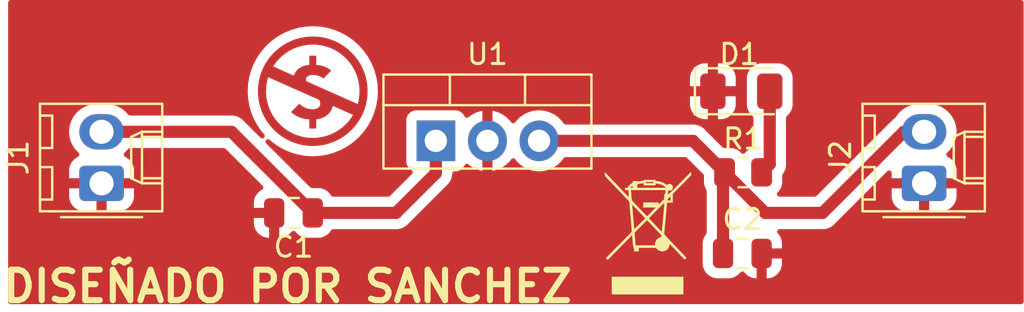
<source format=kicad_pcb>
(kicad_pcb (version 20240108) (generator "pcbnew") (generator_version "8.0")
  (layers (0 "F.Cu" signal) (31 "B.Cu" signal) (34 "B.Paste" user) (35 "F.Paste" user) (36 "B.SilkS" user "B.Silkscreen") (37 "F.SilkS" user "F.Silkscreen") (38 "B.Mask" user) (39 "F.Mask" user) (44 "Edge.Cuts" user))
  (net 0 "")
  (net 1 "Net-(J1-Pin_2)")
  (net 2 "GND")
  (net 3 "Net-(J2-Pin_2)")
  (net 4 "Net-(D1-A)")
  (footprint "Package_TO_SOT_THT:TO-220-3_Vertical" (layer "F.Cu") (at 136.06 88.945)
    (property "Reference" "U1" (at 2.54 -4.27 0) (layer "F.SilkS"))
    (property "Value" "L7805")
    (fp_line (start -2.58 -3.27) (end -2.58 1.371) (stroke (width 0.12)) (layer "F.SilkS"))
    (fp_line (start -2.58 -3.27) (end 7.66 -3.27) (stroke (width 0.12)) (layer "F.SilkS"))
    (fp_line (start -2.58 -1.76) (end 7.66 -1.76) (stroke (width 0.12)) (layer "F.SilkS"))
    (fp_line (start -2.58 1.371) (end 7.66 1.371) (stroke (width 0.12)) (layer "F.SilkS"))
    (fp_line (start 0.69 -3.27) (end 0.69 -1.76) (stroke (width 0.12)) (layer "F.SilkS"))
    (fp_line (start 4.391 -3.27) (end 4.391 -1.76) (stroke (width 0.12)) (layer "F.SilkS"))
    (fp_line (start 7.66 -3.27) (end 7.66 1.371) (stroke (width 0.12)) (layer "F.SilkS"))
    (pad "1" thru_hole rect (at 0 0) (size 1.905 2) (drill 1.1) (layers "*.Cu" "*.Mask") (net 1 "Net-(J1-Pin_2)"))
    (pad "2" thru_hole oval (at 2.54 0) (size 1.905 2) (drill 1.1) (layers "*.Cu" "*.Mask") (net 2 "GND"))
    (pad "3" thru_hole oval (at 5.08 0) (size 1.905 2) (drill 1.1) (layers "*.Cu" "*.Mask") (net 3 "Net-(J2-Pin_2)"))
  )
  (footprint "Capacitor_SMD:C_0805_2012Metric" (layer "F.Cu") (at 151.15 94.5)
    (property "Reference" "C2" (at 0 -1.68 0) (layer "F.SilkS"))
    (property "Value" "0,1uF")
    (fp_line (start -0.261252 -0.735) (end 0.261252 -0.735) (stroke (width 0.12)) (layer "F.SilkS"))
    (fp_line (start -0.261252 0.735) (end 0.261252 0.735) (stroke (width 0.12)) (layer "F.SilkS"))
    (pad "1" smd roundrect (at -0.95 0) (size 1 1.45) (layers "F.Cu" "F.Paste" "F.Mask") (net 3 "Net-(J2-Pin_2)"))
    (pad "2" smd roundrect (at 0.95 0) (size 1 1.45) (layers "F.Cu" "F.Paste" "F.Mask") (net 2 "GND"))
  )
  (footprint "Connector_Molex:Molex_KK-254_AE-6410-02A_1x02_P2.54mm_Vertical" (layer "F.Cu") (at 160.1 91.04 90)
    (property "Reference" "J2" (at 1.27 -4.12 90) (layer "F.SilkS"))
    (property "Value" "Conn_01x02_Socket")
    (fp_line (start 3.92 -3.03) (end -1.38 -3.03) (stroke (width 0.12)) (layer "F.SilkS"))
    (fp_line (start 1.74 -3.03) (end 1.74 -2.43) (stroke (width 0.12)) (layer "F.SilkS"))
    (fp_line (start -0.8 -3.03) (end -0.8 -2.43) (stroke (width 0.12)) (layer "F.SilkS"))
    (fp_line (start -1.38 -3.03) (end -1.38 2.99) (stroke (width 0.12)) (layer "F.SilkS"))
    (fp_line (start 3.34 -2.43) (end 3.34 -3.03) (stroke (width 0.12)) (layer "F.SilkS"))
    (fp_line (start 1.74 -2.43) (end 3.34 -2.43) (stroke (width 0.12)) (layer "F.SilkS"))
    (fp_line (start 0.8 -2.43) (end 0.8 -3.03) (stroke (width 0.12)) (layer "F.SilkS"))
    (fp_line (start -0.8 -2.43) (end 0.8 -2.43) (stroke (width 0.12)) (layer "F.SilkS"))
    (fp_line (start -1.67 -2) (end -1.67 2) (stroke (width 0.12)) (layer "F.SilkS"))
    (fp_line (start 2.29 1.46) (end 2.54 1.99) (stroke (width 0.12)) (layer "F.SilkS"))
    (fp_line (start 0.25 1.46) (end 2.29 1.46) (stroke (width 0.12)) (layer "F.SilkS"))
    (fp_line (start 2.54 1.99) (end 2.54 2.99) (stroke (width 0.12)) (layer "F.SilkS"))
    (fp_line (start 0 1.99) (end 0.25 1.46) (stroke (width 0.12)) (layer "F.SilkS"))
    (fp_line (start 0 1.99) (end 2.54 1.99) (stroke (width 0.12)) (layer "F.SilkS"))
    (fp_line (start 3.92 2.99) (end 3.92 -3.03) (stroke (width 0.12)) (layer "F.SilkS"))
    (fp_line (start 2.29 2.99) (end 2.29 1.99) (stroke (width 0.12)) (layer "F.SilkS"))
    (fp_line (start 0.25 2.99) (end 0.25 1.99) (stroke (width 0.12)) (layer "F.SilkS"))
    (fp_line (start 0 2.99) (end 0 1.99) (stroke (width 0.12)) (layer "F.SilkS"))
    (fp_line (start -1.38 2.99) (end 3.92 2.99) (stroke (width 0.12)) (layer "F.SilkS"))
    (pad "1" thru_hole roundrect (at 0 0 90) (size 1.74 2.19) (drill 1.19) (layers "*.Cu" "*.Mask") (roundrect_rratio 0.143678) (net 2 "GND"))
    (pad "2" thru_hole oval (at 2.54 0 90) (size 1.74 2.19) (drill 1.19) (layers "*.Cu" "*.Mask") (net 3 "Net-(J2-Pin_2)"))
  )
  (footprint "LED_SMD:LED_1206_3216Metric" (layer "F.Cu") (at 151.1 86.5)
    (property "Reference" "D1" (at -0.1 -1.82 0) (layer "F.SilkS"))
    (property "Value" "LED")
    (fp_line (start -2.285 -1.135) (end -2.285 1.135) (stroke (width 0.12)) (layer "F.SilkS"))
    (fp_line (start -2.285 1.135) (end 1.6 1.135) (stroke (width 0.12)) (layer "F.SilkS"))
    (fp_line (start 1.6 -1.135) (end -2.285 -1.135) (stroke (width 0.12)) (layer "F.SilkS"))
    (pad "1" smd roundrect (at -1.4 0) (size 1.25 1.75) (layers "F.Cu" "F.Paste" "F.Mask") (roundrect_rratio 0.2) (net 2 "GND"))
    (pad "2" smd roundrect (at 1.4 0) (size 1.25 1.75) (layers "F.Cu" "F.Paste" "F.Mask") (roundrect_rratio 0.2) (net 4 "Net-(D1-A)"))
  )
  (footprint "Symbol:Symbol_CC-Noncommercial_CopperTop_Small" (layer "F.Cu") (at 130 86.5)
    (property "Reference" "REF**" (hide yes))
    (property "Value" "Symbol_CC-Noncommercial_CopperTop_Small" (hide yes))
    (fp_circle (center 0.00064 0) (end 2.50064 0) (stroke (width 0.4)) (fill none) (layer "F.Cu"))
    (fp_poly (pts (xy 0.171666 -1.299103) (xy 0.222319 -1.295538) (xy 0.27239 -1.290156) (xy 0.321881 -1.282957) (xy 0.37079 -1.273942) (xy 0.41912 -1.263109) (xy 0.466868 -1.250459) (xy 0.514037 -1.235991) (xy 0.560626 -1.219706) (xy 0.606635 -1.201603) (xy 0.652066 -1.181683) (xy 0.696917 -1.159944) (xy 0.74119 -1.136387) (xy 0.784884 -1.111012) (xy 0.828 -1.083818) (xy 0.870538 -1.054806) (xy 0.912499 -1.023976) (xy 0.526154 -0.627074) (xy 0.494986 -0.648217) (xy 0.463745 -0.667995) (xy 0.43243 -0.686408) (xy 0.40104 -0.703457) (xy 0.369574 -0.71914) (xy 0.338032 -0.73346) (xy 0.306411 -0.746414) (xy 0.274711 -0.758005) (xy 0.24293 -0.768231) (xy 0.211068 -0.777094) (xy 0.179124 -0.784593) (xy 0.147096 -0.790728) (xy 0.114984 -0.795499) (xy 0.082786 -0.798907) (xy 0.050501 -0.800952) (xy 0.018128 -0.801633) (xy 0.001036 -0.801426) (xy -0.015826 -0.800804) (xy -0.032459 -0.799769) (xy -0.048861 -0.79832) (xy -0.065034 -0.796457) (xy -0.080978 -0.794181) (xy -0.096693 -0.791492) (xy -0.112178 -0.788391) (xy -0.127434 -0.784877) (xy -0.142462 -0.780951) (xy -0.157261 -0.776613) (xy -0.171831 -0.771864) (xy -0.186173 -0.766703) (xy -0.200286 -0.761132) (xy -0.214172 -0.755149) (xy -0.227829 -0.748756) (xy -0.234503 -0.745376) (xy -0.240966 -0.741851) (xy -0.247218 -0.738181) (xy -0.253257 -0.734367) (xy -0.259085 -0.730407) (xy -0.264701 -0.726303) (xy -0.270106 -0.722054) (xy -0.275299 -0.71766) (xy -0.28028 -0.713121) (xy -0.285049 -0.708438) (xy -0.289606 -0.70361) (xy -0.293952 -0.698638) (xy -0.298086 -0.69352) (xy -0.302008 -0.688258) (xy -0.305718 -0.682852) (xy -0.309216 -0.6773) (xy -0.312503 -0.671605) (xy -0.315577 -0.665764) (xy -0.31844 -0.659779) (xy -0.321091 -0.65365) (xy -0.323529 -0.647376) (xy -0.325756 -0.640957) (xy -0.327771 -0.634394) (xy -0.329573 -0.627686) (xy -0.331164 -0.620834) (xy -0.332543 -0.613838) (xy -0.333709 -0.606697) (xy -0.334664 -0.599411) (xy -0.335406 -0.591982) (xy -0.335937 -0.584408) (xy -0.336361 -0.568826) (xy -0.336258 -0.564191) (xy -0.335949 -0.559558) (xy -0.335433 -0.554927) (xy -0.334712 -0.550297) (xy -0.333784 -0.545668) (xy -0.33265 -0.54104) (xy -0.331309 -0.536412) (xy -0.329763 -0.531785) (xy -0.32801 -0.527157) (xy -0.326052 -0.52253) (xy -0.323887 -0.517901) (xy -0.321515 -0.513272) (xy -0.318938 -0.508642) (xy -0.316154 -0.504011) (xy -0.313165 -0.499378) (xy -0.309969 -0.494743) (xy 0.065726 -0.325277) (xy 0.325018 -0.208874) (xy 0.801374 0.002727) (xy 2.319804 0.680033) (xy 2.10274 1.219638) (xy 0.986304 0.722261) (xy 0.978346 0.75693) (xy 0.969092 0.79079) (xy 0.958542 0.82384) (xy 0.946694 0.856081) (xy 0.933549 0.887513) (xy 0.919106 0.918137) (xy 0.903366 0.947951) (xy 0.886326 0.976957) (xy 0.867988 1.005155) (xy 0.84835 1.032544) (xy 0.827412 1.059125) (xy 0.805175 1.084897) (xy 0.781636 1.109862) (xy 0.756797 1.134019) (xy 0.730656 1.157369) (xy 0.703213 1.179911) (xy 0.674734 1.201479) (xy 0.645623 1.221873) (xy 0.615878 1.241091) (xy 0.5855 1.259132) (xy 0.554488 1.275997) (xy 0.522841 1.291684) (xy 0.490558 1.306193) (xy 0.457638 1.319523) (xy 0.424082 1.331674) (xy 0.389888 1.342644) (xy 0.355056 1.352433) (xy 0.319584 1.36104) (xy 0.283473 1.368465) (xy 0.246722 1.374708) (xy 0.209329 1.379766) (xy 0.171295 1.38364) (xy 0.171295 1.83879) (xy -0.172637 1.83879) (xy -0.172637 1.38364) (xy -0.233825 1.381669) (xy -0.294353 1.377007) (xy -0.35422 1.369654) (xy -0.413426 1.359611) (xy -0.471971 1.346876) (xy -0.529854 1.331451) (xy -0.587075 1.313335) (xy -0.643633 1.292529) (xy -0.699528 1.269033) (xy -0.75476 1.242846) (xy -0.809327 1.21397) (xy -0.863231 1.182404) (xy -0.91647 1.148148) (xy -0.969043 1.111203) (xy -1.020951 1.071568) (xy -1.072194 1.029244) (xy -0.664735 0.616507) (xy -0.628064 0.649173) (xy -0.590768 0.679731) (xy -0.552848 0.708182) (xy -0.514304 0.734525) (xy -0.475137 0.758761) (xy -0.435346 0.78089) (xy -0.394933 0.800911) (xy -0.353898 0.818824) (xy -0.312241 0.83463) (xy -0.269962 0.848329) (xy -0.227063 0.85992) (xy -0.183542 0.869403) (xy -0.139402 0.876779) (xy -0.094642 0.882048) (xy -0.049262 0.885209) (xy -0.003264 0.886263) (xy 0.015731 0.885996) (xy 0.034379 0.885194) (xy 0.052679 0.883857) (xy 0.070631 0.881984) (xy 0.088235 0.879575) (xy 0.10549 0.876628) (xy 0.122396 0.873143) (xy 0.138953 0.86912) (xy 0.155161 0.864557) (xy 0.171018 0.859454) (xy 0.186526 0.85381) (xy 0.201684 0.847625) (xy 0.216491 0.840898) (xy 0.230947 0.833629) (xy 0.245052 0.825815) (xy 0.258806 0.817458) (xy 0.265472 0.813082) (xy 0.271928 0.808529) (xy 0.278173 0.803801) (xy 0.284208 0.798896) (xy 0.290031 0.793816) (xy 0.295644 0.788559) (xy 0.301046 0.783127) (xy 0.306236 0.777518) (xy 0.311216 0.771733) (xy 0.315985 0.765772) (xy 0.320542 0.759635) (xy 0.324888 0.753321) (xy 0.329023 0.746831) (xy 0.332946 0.740164) (xy 0.336658 0.733321) (xy 0.340159 0.726301) (xy 0.343447 0.719104) (xy 0.346524 0.711731) (xy 0.34939 0.704182) (xy 0.352043 0.696455) (xy 0.354485 0.688552) (xy 0.356714 0.680471) (xy 0.358732 0.672214) (xy 0.360537 0.66378) (xy 0.363512 0.646381) (xy 0.365637 0.628273) (xy 0.366913 0.609456) (xy 0.367338 0.58993) (xy 0.367027 0.576189) (xy 0.366093 0.562782) (xy 0.364537 0.549708) (xy 0.362359 0.536969) (xy 0.35956 0.524562) (xy 0.35614 0.512488) (xy 0.3521 0.500747) (xy 0.34744 0.489338) (xy 0.34216 0.478261) (xy 0.33626 0.467516) (xy 0.329742 0.457103) (xy 0.322606 0.447021) (xy 0.314851 0.43727) (xy 0.306479 0.427849) (xy 0.29749 0.418759) (xy 0.287884 0.41) (xy 0.0022 0.288225) (xy -0.34701 0.129409) (xy -0.817995 -0.077006) (xy -2.331425 -0.754035) (xy -2.066855 -1.277896) (xy -0.934399 -0.769962) (xy -0.924628 -0.798702) (xy -0.913823 -0.826718) (xy -0.901985 -0.854012) (xy -0.889112 -0.880582) (xy -0.875206 -0.90643) (xy -0.860265 -0.931553) (xy -0.84429 -0.955953) (xy -0.827279 -0.97963) (xy -0.809233 -1.002582) (xy -0.790151 -1.024811) (xy -0.770034 -1.046316) (xy -0.748881 -1.067096) (xy -0.726691 -1.087152) (xy -0.703465 -1.106483) (xy -0.679201 -1.12509) (xy -0.653901 -1.142972) (xy -0.627862 -1.160006) (xy -0.601282 -1.176071) (xy -0.574159 -1.191165) (xy -0.546494 -1.205289) (xy -0.518288 -1.218442) (xy -0.489541 -1.230626) (xy -0.460253 -1.241839) (xy -0.430424 -1.252083) (xy -0.400054 -1.261356) (xy -0.369145 -1.269659) (xy -0.337695 -1.276991) (xy -0.305706 -1.283354) (xy -0.273178 -1.288746) (xy -0.24011 -1.293169) (xy -0.206504 -1.296621) (xy -0.172359 -1.299103) (xy -0.172359 -1.754252) (xy 0.171666 -1.754252)) (fill solid) (layer "F.Cu"))
  )
  (footprint "Capacitor_SMD:C_0805_2012Metric" (layer "F.Cu") (at 129.05 92.5 180)
    (property "Reference" "C1" (at 0 -1.68 0) (layer "F.SilkS"))
    (property "Value" "0,33uF")
    (fp_line (start -0.261252 0.735) (end 0.261252 0.735) (stroke (width 0.12)) (layer "F.SilkS"))
    (fp_line (start -0.261252 -0.735) (end 0.261252 -0.735) (stroke (width 0.12)) (layer "F.SilkS"))
    (pad "1" smd roundrect (at -0.95 0 180) (size 1 1.45) (layers "F.Cu" "F.Paste" "F.Mask") (net 1 "Net-(J1-Pin_2)"))
    (pad "2" smd roundrect (at 0.95 0 180) (size 1 1.45) (layers "F.Cu" "F.Paste" "F.Mask") (net 2 "GND"))
  )
  (footprint "Resistor_SMD:R_0805_2012Metric" (layer "F.Cu") (at 151.1875 90.5)
    (property "Reference" "R1" (at 0 -1.65 0) (layer "F.SilkS"))
    (property "Value" "1k")
    (fp_line (start -0.227064 -0.735) (end 0.227064 -0.735) (stroke (width 0.12)) (layer "F.SilkS"))
    (fp_line (start -0.227064 0.735) (end 0.227064 0.735) (stroke (width 0.12)) (layer "F.SilkS"))
    (pad "1" smd roundrect (at -0.9125 0) (size 1.025 1.4) (layers "F.Cu" "F.Paste" "F.Mask") (roundrect_rratio 0.243902) (net 3 "Net-(J2-Pin_2)"))
    (pad "2" smd roundrect (at 0.9125 0) (size 1.025 1.4) (layers "F.Cu" "F.Paste" "F.Mask") (roundrect_rratio 0.243902) (net 4 "Net-(D1-A)"))
  )
  (footprint "Connector_Molex:Molex_KK-254_AE-6410-02A_1x02_P2.54mm_Vertical" (layer "F.Cu") (at 119.6 91.04 90)
    (property "Reference" "J1" (at 1.27 -4.12 90) (layer "F.SilkS"))
    (property "Value" "Conn_01x02_Socket")
    (fp_line (start 3.92 -3.03) (end -1.38 -3.03) (stroke (width 0.12)) (layer "F.SilkS"))
    (fp_line (start 1.74 -3.03) (end 1.74 -2.43) (stroke (width 0.12)) (layer "F.SilkS"))
    (fp_line (start -0.8 -3.03) (end -0.8 -2.43) (stroke (width 0.12)) (layer "F.SilkS"))
    (fp_line (start -1.38 -3.03) (end -1.38 2.99) (stroke (width 0.12)) (layer "F.SilkS"))
    (fp_line (start 3.34 -2.43) (end 3.34 -3.03) (stroke (width 0.12)) (layer "F.SilkS"))
    (fp_line (start 1.74 -2.43) (end 3.34 -2.43) (stroke (width 0.12)) (layer "F.SilkS"))
    (fp_line (start 0.8 -2.43) (end 0.8 -3.03) (stroke (width 0.12)) (layer "F.SilkS"))
    (fp_line (start -0.8 -2.43) (end 0.8 -2.43) (stroke (width 0.12)) (layer "F.SilkS"))
    (fp_line (start -1.67 -2) (end -1.67 2) (stroke (width 0.12)) (layer "F.SilkS"))
    (fp_line (start 2.29 1.46) (end 2.54 1.99) (stroke (width 0.12)) (layer "F.SilkS"))
    (fp_line (start 0.25 1.46) (end 2.29 1.46) (stroke (width 0.12)) (layer "F.SilkS"))
    (fp_line (start 2.54 1.99) (end 2.54 2.99) (stroke (width 0.12)) (layer "F.SilkS"))
    (fp_line (start 0 1.99) (end 0.25 1.46) (stroke (width 0.12)) (layer "F.SilkS"))
    (fp_line (start 0 1.99) (end 2.54 1.99) (stroke (width 0.12)) (layer "F.SilkS"))
    (fp_line (start 3.92 2.99) (end 3.92 -3.03) (stroke (width 0.12)) (layer "F.SilkS"))
    (fp_line (start 2.29 2.99) (end 2.29 1.99) (stroke (width 0.12)) (layer "F.SilkS"))
    (fp_line (start 0.25 2.99) (end 0.25 1.99) (stroke (width 0.12)) (layer "F.SilkS"))
    (fp_line (start 0 2.99) (end 0 1.99) (stroke (width 0.12)) (layer "F.SilkS"))
    (fp_line (start -1.38 2.99) (end 3.92 2.99) (stroke (width 0.12)) (layer "F.SilkS"))
    (pad "1" thru_hole roundrect (at 0 0 90) (size 1.74 2.19) (drill 1.19) (layers "*.Cu" "*.Mask") (roundrect_rratio 0.143678) (net 2 "GND"))
    (pad "2" thru_hole oval (at 2.54 0 90) (size 1.74 2.19) (drill 1.19) (layers "*.Cu" "*.Mask") (net 1 "Net-(J1-Pin_2)"))
  )
  (footprint "Symbol:WEEE-Logo_4.2x6mm_SilkScreen" (layer "F.Cu") (at 146.5 93.5)
    (property "Reference" "REF**" (hide yes))
    (property "Value" "WEEE-Logo_4.2x6mm_SilkScreen" (hide yes))
    (fp_poly (pts (xy 1.747822 3.017822) (xy -1.772971 3.017822) (xy -1.772971 2.150198) (xy 1.747822 2.150198) (xy 1.747822 3.017822)) (stroke (width 0.01)) (fill solid) (layer "F.SilkS"))
    (fp_poly (pts (xy 2.12443 -2.935152) (xy 2.123811 -2.848069) (xy 1.672086 -2.389109) (xy 1.220361 -1.930148) (xy 1.220032 -1.719529) (xy 1.219703 -1.508911) (xy 0.94461 -1.508911) (xy 0.937522 -1.45547) (xy 0.934838 -1.431112) (xy 0.930313 -1.385241) (xy 0.924191 -1.320595) (xy 0.916712 -1.239909) (xy 0.908119 -1.145919) (xy 0.898654 -1.041363) (xy 0.888558 -0.928975) (xy 0.878074 -0.811493) (xy 0.867444 -0.691652) (xy 0.856909 -0.572189) (xy 0.846713 -0.455841) (xy 0.837095 -0.345343) (xy 0.8283 -0.243431) (xy 0.820568 -0.152842) (xy 0.814142 -0.076313) (xy 0.809263 -0.016579) (xy 0.806175 0.023624) (xy 0.805117 0.041559) (xy 0.805118 0.041644) (xy 0.812827 0.056035) (xy 0.835981 0.085748) (xy 0.874895 0.131131) (xy 0.929884 0.192529) (xy 1.001264 0.270288) (xy 1.089349 0.364754) (xy 1.194454 0.476272) (xy 1.316895 0.605188) (xy 1.35131 0.641287) (xy 1.897137 1.213416) (xy 1.808881 1.301436) (xy 1.737485 1.223758) (xy 1.711366 1.195686) (xy 1.670566 1.152274) (xy 1.617777 1.096366) (xy 1.555691 1.030808) (xy 1.487 0.958441) (xy 1.414396 0.882112) (xy 1.37096 0.836524) (xy 1.289416 0.751119) (xy 1.223504 0.68271) (xy 1.171544 0.630053) (xy 1.131855 0.591905) (xy 1.102757 0.56702) (xy 1.082569 0.554156) (xy 1.06961 0.552068) (xy 1.0622 0.559513) (xy 1.058658 0.575246) (xy 1.057303 0.598023) (xy 1.057121 0.604239) (xy 1.047703 0.647061) (xy 1.024497 0.698819) (xy 0.992136 0.751328) (xy 0.955252 0.796403) (xy 0.940493 0.810328) (xy 0.864767 0.859047) (xy 0.776308 0.886306) (xy 0.6981 0.892773) (xy 0.609468 0.880576) (xy 0.527612 0.844813) (xy 0.455164 0.786722) (xy 0.441797 0.772262) (xy 0.392918 0.716733) (xy -0.452674 0.716733) (xy -0.452674 0.892773) (xy -0.67901 0.892773) (xy -0.67901 0.810531) (xy -0.68185 0.754386) (xy -0.691393 0.715416) (xy -0.702991 0.694219) (xy -0.711277 0.679052) (xy -0.718373 0.657062) (xy -0.724748 0.624987) (xy -0.730872 0.579569) (xy -0.737216 0.517548) (xy -0.74425 0.435662) (xy -0.749066 0.374746) (xy -0.771161 0.089343) (xy -1.313565 0.638805) (xy -1.411637 0.738228) (xy -1.505784 0.833815) (xy -1.594285 0.92381) (xy -1.67542 1.006457) (xy -1.747469 1.080001) (xy -1.808712 1.142684) (xy -1.857427 1.192752) (xy -1.891896 1.228448) (xy -1.910379 1.247995) (xy -1.940743 1.278944) (xy -1.966071 1.30053) (xy -1.979695 1.307723) (xy -1.997095 1.299297) (xy -2.02246 1.278245) (xy -2.031058 1.269671) (xy -2.067514 1.23162) (xy -1.866802 1.027658) (xy -1.815596 0.975699) (xy -1.749569 0.90882) (xy -1.671618 0.82995) (xy -1.584638 0.742014) (xy -1.491526 0.647941) (xy -1.395179 0.550658) (xy -1.298492 0.453093) (xy -1.229134 0.383145) (xy -1.123703 0.27655) (xy -1.035129 0.186307) (xy -0.962281 0.111192) (xy -0.904023 0.049986) (xy -0.859225 0.001466) (xy -0.837021 -0.023871) (xy -0.658724 -0.023871) (xy -0.636401 0.261555) (xy -0.629669 0.345219) (xy -0.623157 0.421727) (xy -0.617234 0.487081) (xy -0.612268 0.537281) (xy -0.608629 0.568329) (xy -0.607458 0.575273) (xy -0.600838 0.603565) (xy 0.348636 0.603565) (xy 0.354974 0.524606) (xy 0.37411 0.431315) (xy 0.414154 0.348791) (xy 0.472582 0.280038) (xy 0.546871 0.228063) (xy 0.630252 0.196863) (xy 0.657302 0.182228) (xy 0.670844 0.150819) (xy 0.671128 0.149434) (xy 0.672753 0.136174) (xy 0.670744 0.122595) (xy 0.663142 0.106181) (xy 0.647984 0.084411) (xy 0.623312 0.054767) (xy 0.587164 0.014732) (xy 0.53758 -0.038215) (xy 0.472599 -0.106591) (xy 0.468401 -0.110995) (xy 0.398507 -0.184389) (xy 0.3242 -0.262563) (xy 0.250586 -0.340136) (xy 0.182771 -0.411725) (xy 0.12586 -0.471949) (xy 0.113168 -0.485413) (xy 0.064513 -0.53618) (xy 0.021291 -0.579625) (xy -0.013395 -0.612759) (xy -0.036444 -0.632595) (xy -0.044182 -0.636954) (xy -0.055722 -0.62783) (xy -0.08271 -0.6028) (xy -0.123021 -0.563948) (xy -0.174529 -0.513357) (xy -0.235109 -0.453112) (xy -0.302636 -0.385296) (xy -0.357826 -0.329435) (xy -0.658724 -0.023871) (xy -0.837021 -0.023871) (xy -0.826751 -0.035589) (xy -0.805471 -0.062401) (xy -0.794251 -0.080192) (xy -0.791754 -0.08843) (xy -0.7927 -0.10641) (xy -0.795573 -0.147108) (xy -0.800187 -0.208181) (xy -0.806358 -0.287287) (xy -0.813898 -0.382086) (xy -0.822621 -0.490233) (xy -0.832343 -0.609388) (xy -0.842876 -0.737209) (xy -0.851365 -0.839365) (xy -0.899396 -1.415326) (xy -0.775805 -1.415326) (xy -0.775273 -1.402896) (xy -0.772769 -1.36789) (xy -0.768496 -1.312785) (xy -0.762653 -1.240057) (xy -0.755443 -1.152186) (xy -0.747066 -1.051649) (xy -0.737723 -0.940923) (xy -0.728758 -0.835795) (xy -0.718602 -0.716517) (xy -0.709142 -0.60392) (xy -0.700596 -0.500695) (xy -0.693179 -0.409527) (xy -0.687108 -0.333105) (xy -0.682601 -0.274117) (xy -0.679873 -0.235251) (xy -0.679116 -0.220156) (xy -0.677935 -0.210762) (xy -0.673256 -0.207034) (xy -0.663276 -0.210529) (xy -0.64619 -0.222801) (xy -0.620196 -0.245406) (xy -0.58349 -0.2799) (xy -0.534267 -0.327838) (xy -0.470726 -0.390776) (xy -0.403305 -0.458032) (xy -0.127601 -0.733523) (xy -0.129533 -0.735594) (xy 0.05271 -0.735594) (xy 0.061016 -0.72422) (xy 0.084267 -0.697437) (xy 0.120135 -0.657708) (xy 0.166287 -0.607493) (xy 0.220394 -0.549254) (xy 0.280126 -0.485453) (xy 0.343152 -0.418551) (xy 0.407142 -0.35101) (xy 0.469764 -0.28529) (xy 0.52869 -0.223854) (xy 0.581588 -0.169163) (xy 0.626128 -0.123678) (xy 0.65998 -0.089862) (xy 0.680812 -0.070174) (xy 0.686494 -0.066163) (xy 0.688366 -0.079109) (xy 0.692254 -0.114866) (xy 0.697943 -0.171196) (xy 0.705219 -0.24586) (xy 0.713869 -0.33662) (xy 0.723678 -0.441238) (xy 0.734434 -0.557474) (xy 0.745921 -0.683092) (xy 0.755093 -0.784382) (xy 0.766826 -0.915721) (xy 0.777665 -1.039448) (xy 0.78743 -1.153319) (xy 0.795937 -1.255089) (xy 0.803005 -1.342513) (xy 0.808451 -1.413347) (xy 0.812092 -1.465347) (xy 0.813747 -1.496268) (xy 0.813558 -1.504297) (xy 0.803666 -1.497146) (xy 0.778476 -1.474159) (xy 0.74019 -1.437561) (xy 0.691011 -1.389578) (xy 0.633139 -1.332434) (xy 0.568778 -1.268353) (xy 0.500129 -1.199562) (xy 0.429395 -1.128284) (xy 0.358778 -1.056745) (xy 0.29048 -0.98717) (xy 0.226704 -0.921783) (xy 0.16965 -0.862809) (xy 0.121522 -0.812473) (xy 0.084522 -0.773001) (xy 0.060852 -0.746617) (xy 0.05271 -0.735594) (xy -0.129533 -0.735594) (xy -0.230409 -0.843705) (xy -0.282768 -0.899623) (xy -0.341535 -0.962052) (xy -0.404385 -1.028557) (xy -0.468995 -1.096702) (xy -0.533042 -1.164052) (xy -0.594203 -1.228172) (xy -0.650153 -1.286628) (xy -0.69857 -1.336982) (xy -0.73713 -1.376802) (xy -0.763509 -1.40365) (xy -0.775384 -1.415092) (xy -0.775805 -1.415326) (xy -0.899396 -1.415326) (xy -0.911401 -1.559274) (xy -1.511938 -2.190842) (xy -2.112475 -2.822411) (xy -2.112034 -2.910685) (xy -2.111592 -2.99896) (xy -2.014583 -2.895334) (xy -1.960291 -2.837537) (xy -1.896192 -2.769632) (xy -1.824016 -2.693428) (xy -1.745492 -2.610731) (xy -1.662349 -2.523347) (xy -1.576319 -2.433085) (xy -1.48913 -2.34175) (xy -1.402513 -2.251151) (xy -1.318197 -2.163093) (xy -1.237912 -2.079385) (xy -1.163387 -2.001833) (xy -1.096354 -1.932243) (xy -1.038541 -1.872424) (xy -0.991679 -1.824182) (xy -0.957496 -1.789324) (xy -0.937724 -1.769657) (xy -0.93339 -1.765884) (xy -0.933092 -1.779008) (xy -0.934731 -1.812611) (xy -0.938023 -1.86212) (xy -0.942682 -1.922963) (xy -0.944682 -1.947268) (xy -0.959577 -2.125049) (xy -0.842955 -2.125049) (xy -0.836934 -2.096757) (xy -0.833863 -2.074382) (xy -0.829548 -2.032283) (xy -0.824488 -1.975822) (xy -0.819181 -1.910365) (xy -0.817344 -1.886138) (xy -0.811927 -1.816579) (xy -0.806459 -1.751982) (xy -0.801488 -1.698452) (xy -0.797561 -1.66209) (xy -0.796675 -1.655491) (xy -0.793334 -1.641944) (xy -0.786101 -1.626086) (xy -0.77344 -1.606139) (xy -0.753811 -1.580327) (xy -0.725678 -1.546871) (xy -0.687502 -1.503993) (xy -0.637746 -1.449917) (xy -0.574871 -1.382864) (xy -0.497341 -1.301057) (xy -0.418251 -1.21805) (xy -0.339564 -1.135906) (xy -0.266112 -1.059831) (xy -0.199724 -0.991675) (xy -0.142227 -0.933288) (xy -0.095451 -0.886519) (xy -0.061224 -0.853218) (xy -0.041373 -0.835233) (xy -0.03714 -0.832558) (xy -0.026003 -0.842259) (xy 0.000029 -0.867559) (xy 0.03843 -0.905918) (xy 0.086672 -0.9548) (xy 0.14223 -1.011666) (xy 0.182408 -1.053094) (xy 0.392169 -1.27) (xy -0.226337 -1.27) (xy -0.226337 -1.508911) (xy 0.528119 -1.508911) (xy 0.528119 -1.402458) (xy 0.666435 -1.540346) (xy 0.764553 -1.63816) (xy 0.955643 -1.63816) (xy 0.957471 -1.62273) (xy 0.966723 -1.614133) (xy 0.98905 -1.610387) (xy 1.030105 -1.609511) (xy 1.037376 -1.609505) (xy 1.119109 -1.609505) (xy 1.119109 -1.828828) (xy 1.037376 -1.747821) (xy 0.99127 -1.698572) (xy 0.963694 -1.660841) (xy 0.955643 -1.63816) (xy 0.764553 -1.63816) (xy 0.804752 -1.678234) (xy 0.804752 -1.801048) (xy 0.805137 -1.85755) (xy 0.8069 -1.893495) (xy 0.81095 -1.91347) (xy 0.818199 -1.922063) (xy 0.82913 -1.923861) (xy 0.841288 -1.926502) (xy 0.850273 -1.937088) (xy 0.857174 -1.959619) (xy 0.863076 -1.998091) (xy 0.869065 -2.056502) (xy 0.870987 -2.077896) (xy 0.875148 -2.125049) (xy -0.842955 -2.125049) (xy -0.959577 -2.125049) (xy -1.119109 -2.125049) (xy -1.119109 -2.238218) (xy -1.051314 -2.238218) (xy -1.011662 -2.239304) (xy -0.990116 -2.244546) (xy -0.98748 -2.247666) (xy -0.848616 -2.247666) (xy -0.841308 -2.240538) (xy -0.815993 -2.238338) (xy -0.798908 -2.238218) (xy -0.741881 -2.238218) (xy -0.529221 -2.238218) (xy 0.885302 -2.238218) (xy 0.837458 -2.287214) (xy 0.76315 -2.347676) (xy 0.671184 -2.394309) (xy 0.560002 -2.427751) (xy 0.449529 -2.446247) (xy 0.377227 -2.454878) (xy 0.377227 -2.36396) (xy -0.201188 -2.36396) (xy -0.201188 -2.467107) (xy -0.286065 -2.458504) (xy -0.345368 -2.451244) (xy -0.408551 -2.441621) (xy -0.446386 -2.434748) (xy -0.521832 -2.419593) (xy -0.525526 -2.328905) (xy -0.529221 -2.238218) (xy -0.741881 -2.238218) (xy -0.741881 -2.288515) (xy -0.743544 -2.320024) (xy -0.747697 -2.337537) (xy -0.749371 -2.338812) (xy -0.767987 -2.330746) (xy -0.795183 -2.31118) (xy -0.822448 -2.287056) (xy -0.841267 -2.265318) (xy -0.842943 -2.262492) (xy -0.848616 -2.247666) (xy -0.98748 -2.247666) (xy -0.979662 -2.256919) (xy -0.975442 -2.270396) (xy -0.958219 -2.305373) (xy -0.925138 -2.347421) (xy -0.881893 -2.390644) (xy -0.834174 -2.429146) (xy -0.80283 -2.449199) (xy -0.767123 -2.471149) (xy -0.748819 -2.489589) (xy -0.742388 -2.511332) (xy -0.741894 -2.524282) (xy -0.741894 -2.527425) (xy -0.100594 -2.527425) (xy -0.100594 -2.464554) (xy 0.276633 -2.464554) (xy 0.276633 -2.527425) (xy -0.100594 -2.527425) (xy -0.741894 -2.527425) (xy -0.741881 -2.565148) (xy -0.636048 -2.565148) (xy -0.587355 -2.563971) (xy -0.549405 -2.560835) (xy -0.528308 -2.556329) (xy -0.526023 -2.554505) (xy -0.512641 -2.551705) (xy -0.480074 -2.552852) (xy -0.433916 -2.557607) (xy -0.402376 -2.561997) (xy -0.345188 -2.570622) (xy -0.292886 -2.578409) (xy -0.253582 -2.584153) (xy -0.242055 -2.585785) (xy -0.211937 -2.595112) (xy -0.201188 -2.609728) (xy -0.19792 -2.61568) (xy -0.18623 -2.620222) (xy -0.163288 -2.62353) (xy -0.126265 -2.625785) (xy -0.072332 -2.627166) (xy 0.00134 -2.62785) (xy 0.08802 -2.62802) (xy 0.180529 -2.627923) (xy 0.250906 -2.62747) (xy 0.302164 -2.62641) (xy 0.33732 -2.624497) (xy 0.359389 -2.621481) (xy 0.371385 -2.617115) (xy 0.376324 -2.611151) (xy 0.377227 -2.604216) (xy 0.384921 -2.582205) (xy 0.410121 -2.569679) (xy 0.456009 -2.565212) (xy 0.464264 -2.565148) (xy 0.541973 -2.557132) (xy 0.630233 -2.535064) (xy 0.721085 -2.501916) (xy 0.80657 -2.460661) (xy 0.878726 -2.414269) (xy 0.888072 -2.406918) (xy 0.918533 -2.383002) (xy 0.936572 -2.373424) (xy 0.949169 -2.37652) (xy 0.9621 -2.389296) (xy 1.000293 -2.414322) (xy 1.049998 -2.423929) (xy 1.103524 -2.418933) (xy 1.153178 -2.400149) (xy 1.191267 -2.368394) (xy 1.194025 -2.364703) (xy 1.222526 -2.305425) (xy 1.227828 -2.244066) (xy 1.210518 -2.185573) (xy 1.17118 -2.134896) (xy 1.16637 -2.130711) (xy 1.13844 -2.110833) (xy 1.110102 -2.102079) (xy 1.070263 -2.101447) (xy 1.060311 -2.102008) (xy 1.021332 -2.103438) (xy 1.001254 -2.100161) (xy 0.993985 -2.090272) (xy 0.99324 -2.081039) (xy 0.991716 -2.054256) (xy 0.987935 -2.013975) (xy 0.985218 -1.989876) (xy 0.981277 -1.951599) (xy 0.982916 -1.932004) (xy 0.992421 -1.924842) (xy 1.009351 -1.923861) (xy 1.019392 -1.927099) (xy 1.03559 -1.93758) (xy 1.059145 -1.956452) (xy 1.091257 -1.984865) (xy 1.133128 -2.023965) (xy 1.185957 -2.074903) (xy 1.250945 -2.138827) (xy 1.329291 -2.216886) (xy 1.422197 -2.310228) (xy 1.530863 -2.420002) (xy 1.583231 -2.473048) (xy 2.125049 -3.022233) (xy 2.12443 -2.935152)) (stroke (width 0.01)) (fill solid) (layer "F.SilkS"))
  )
  (gr_text "DISEÑADO POR SANCHEZ" (at 114.6 97 0) (layer "F.SilkS") (effects (font (size 1.5 1.5) (thickness 0.3) (bold yes)) (justify left bottom)))
  (segment (start 134.1 92.5) (end 136.06 90.54) (width 0.6) (layer "F.Cu") (net 1))
  (segment (start 136.06 90.54) (end 136.06 88.945) (width 0.6) (layer "F.Cu") (net 1))
  (segment (start 126 88.5) (end 130 92.5) (width 0.6) (layer "F.Cu") (net 1))
  (segment (start 130 92.5) (end 134.1 92.5) (width 0.6) (layer "F.Cu") (net 1))
  (segment (start 119.6 88.5) (end 126 88.5) (width 0.6) (layer "F.Cu") (net 1))
  (segment (start 148.72 88.945) (end 150.275 90.5) (width 0.6) (layer "F.Cu") (net 3))
  (segment (start 150.2 90.575) (end 150.275 90.5) (width 0.6) (layer "F.Cu") (net 3))
  (segment (start 152.275 92.5) (end 150.275 90.5) (width 0.6) (layer "F.Cu") (net 3))
  (segment (start 159.1 88.5) (end 155.1 92.5) (width 0.6) (layer "F.Cu") (net 3))
  (segment (start 160.1 88.5) (end 159.1 88.5) (width 0.6) (layer "F.Cu") (net 3))
  (segment (start 155.1 92.5) (end 152.275 92.5) (width 0.6) (layer "F.Cu") (net 3))
  (segment (start 141.14 88.945) (end 148.72 88.945) (width 0.6) (layer "F.Cu") (net 3))
  (segment (start 150.2 94.5) (end 150.2 90.575) (width 0.6) (layer "F.Cu") (net 3))
  (segment (start 152.5 90.1) (end 152.1 90.5) (width 0.6) (layer "F.Cu") (net 4))
  (segment (start 152.5 86.5) (end 152.5 90.1) (width 0.6) (layer "F.Cu") (net 4))
  (zone (net 2) (net_name "GND") (layer "F.Cu") (connect_pads (clearance 0.5)) (min_thickness 0.25) (fill yes (thermal_gap 0.5) (thermal_bridge_width 0.5))
    (polygon (pts (xy 115 82) (xy 115 97) (xy 165 97) (xy 165 82)))
  )
)
</source>
